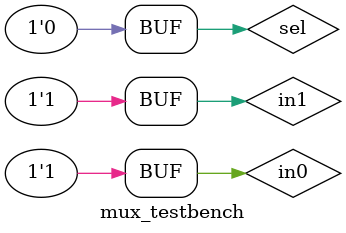
<source format=v>
module mux(f, in0, in1, sel);
	output f;
	input in0, in1, sel;
	assign f = (in0 & ~sel) | (in1 & sel);
endmodule

module mux_testbench;
	reg in0, in1, sel;
	wire f;
	parameter stimDelay = 10;
	
	mux DUT(f, in0, in1, sel);
	initial
	
	begin
	
	in0 = 0; 
	in1 = 0; 
	sel=0;
	
	#(stimDelay) in0 = 1;
	#(stimDelay) in0 = 0;in1 = 1;
	#(stimDelay) in0 = 1;
	#(stimDelay) in0 = 0;in1 = 0;sel = 1;
	#(stimDelay) in0 = 1;
	#(stimDelay) in0 = 0;in1 = 1;
	#(stimDelay) in0 = 1;
	#(stimDelay) sel = 0;
	#100; 
	//Let simulation finish
	end
endmodule

</source>
